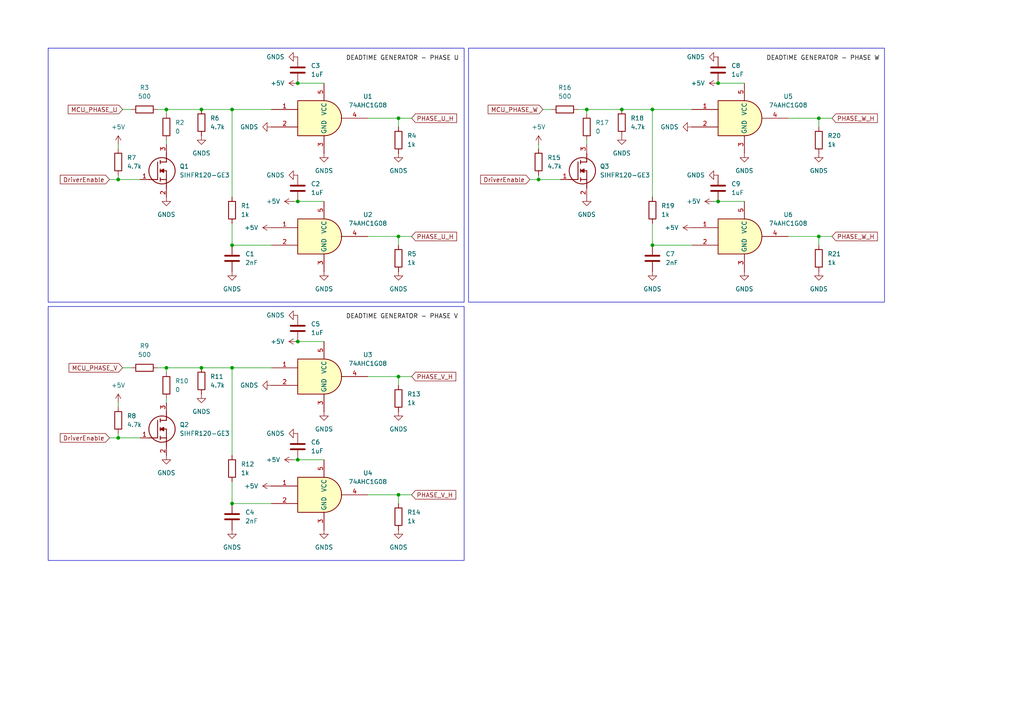
<source format=kicad_sch>
(kicad_sch (version 20231120) (generator "eeschema") (generator_version "8.0")
  (paper "A4")
  (lib_symbols
    (symbol "74xGxx:74AHC1G08"
      (property "Reference" "U" (at -2.54 3.81 0))
      (property "Value" "74AHC1G08" (at 0 -3.81 0))
      (symbol "74AHC1G08_0_1"
        (arc (start 0 -5.08) (mid 5.0579 0) (end 0 5.08) (stroke (width 0.254)) (fill (type background)))
        (polyline (pts (xy 0 -5.08) (xy -7.62 -5.08) (xy -7.62 5.08) (xy 0 5.08)) (stroke (width 0.254)) (fill (type background)))
      )
      (symbol "74AHC1G08_1_1"
        (pin input line (at -15.24 2.54 0) (length 7.62) (name "~") (number "1"))
        (pin input line (at -15.24 -2.54 0) (length 7.62) (name "~") (number "2"))
        (pin power_in line (at 0 -10.16 90) (length 5.08) (name "GND") (number "3"))
        (pin output line (at 12.7 0 180) (length 7.62) (name "~") (number "4"))
        (pin power_in line (at 0 10.16 270) (length 5.08) (name "VCC") (number "5"))
      )
    )
    (symbol "Device:C" (pin_numbers hide) (pin_names (offset 0.254))
      (property "Reference" "C" (at 0.635 2.54 0))
      (property "Value" "C" (at 0.635 -2.54 0))
      (symbol "C_0_1"
        (polyline (pts (xy -2.032 -0.762) (xy 2.032 -0.762)) (stroke (width 0.508)))
        (polyline (pts (xy -2.032 0.762) (xy 2.032 0.762)) (stroke (width 0.508)))
      )
      (symbol "C_1_1"
        (pin passive line (at 0 3.81 270) (length 2.794) (name "~") (number "1"))
        (pin passive line (at 0 -3.81 90) (length 2.794) (name "~") (number "2"))
      )
    )
    (symbol "Device:R" (pin_numbers hide) (pin_names (offset 0))
      (property "Reference" "R" (at 2.032 0 90))
      (property "Value" "R" (at 0 0 90))
      (symbol "R_0_1"
        (rectangle (start -1.016 -2.54) (end 1.016 2.54) (stroke (width 0.254)))
      )
      (symbol "R_1_1"
        (pin passive line (at 0 3.81 270) (length 1.27) (name "~") (number "1"))
        (pin passive line (at 0 -3.81 90) (length 1.27) (name "~") (number "2"))
      )
    )
    (symbol "InverterCom:SIHFR120-GE3" (pin_names hide)
      (property "Reference" "Q" (at 11.43 3.81 0))
      (property "Value" "SIHFR120-GE3" (at 11.43 1.27 0))
      (symbol "SIHFR120-GE3_1_1"
        (polyline (pts (xy 2.54 0) (xy 5.08 0)) (stroke (width 0.254)))
        (polyline (pts (xy 5.08 5.08) (xy 5.08 0)) (stroke (width 0.254)))
        (polyline (pts (xy 5.842 -0.508) (xy 5.842 0.508)) (stroke (width 0.254)))
        (polyline (pts (xy 5.842 0) (xy 7.62 0)) (stroke (width 0.254)))
        (polyline (pts (xy 5.842 2.032) (xy 5.842 3.048)) (stroke (width 0.254)))
        (polyline (pts (xy 5.842 5.588) (xy 5.842 4.572)) (stroke (width 0.254)))
        (polyline (pts (xy 7.62 2.54) (xy 5.842 2.54)) (stroke (width 0.254)))
        (polyline (pts (xy 7.62 2.54) (xy 7.62 -2.54)) (stroke (width 0.254)))
        (polyline (pts (xy 7.62 5.08) (xy 5.842 5.08)) (stroke (width 0.254)))
        (polyline (pts (xy 7.62 5.08) (xy 7.62 7.62)) (stroke (width 0.254)))
        (polyline (pts (xy 5.842 2.54) (xy 6.858 3.048) (xy 6.858 2.032) (xy 5.842 2.54)) (stroke (width 0.254)) (fill (type outline)))
        (circle (center 6.35 2.54) (radius 3.81) (stroke (width 0.254)))
        (pin passive line (at 0 0 0) (length 2.54) (name "G") (number "1"))
        (pin passive line (at 7.62 -5.08 90) (length 2.54) (name "S") (number "2"))
        (pin passive line (at 7.62 10.16 270) (length 2.54) (name "D") (number "3"))
      )
    )
    (symbol "power:+5V" (power) (pin_numbers hide) (pin_names (offset 0) hide)
      (property "Value" "+5V" (at 0 3.556 0))
      (symbol "+5V_0_1"
        (polyline (pts (xy -0.762 1.27) (xy 0 2.54)))
        (polyline (pts (xy 0 0) (xy 0 2.54)))
        (polyline (pts (xy 0 2.54) (xy 0.762 1.27)))
      )
      (symbol "+5V_1_1"
        (pin power_in line (at 0 0 90) (length 0) (name "~") (number "1"))
      )
    )
    (symbol "power:GNDS" (power) (pin_numbers hide) (pin_names (offset 0) hide)
      (property "Value" "GNDS" (at 0 -3.81 0))
      (symbol "GNDS_0_1"
        (polyline (pts (xy 0 0) (xy 0 -1.27) (xy 1.27 -1.27) (xy 0 -2.54) (xy -1.27 -1.27) (xy 0 -1.27)))
      )
      (symbol "GNDS_1_1"
        (pin power_in line (at 0 0 270) (length 0) (name "~") (number "1"))
      )
    )
  )
  (junction (at 58.42 106.68))
  (junction (at 67.31 146.05))
  (junction (at 67.31 31.75))
  (junction (at 34.29 52.07))
  (junction (at 189.23 31.75))
  (junction (at 67.31 71.12))
  (junction (at 86.36 24.13))
  (junction (at 86.36 133.35))
  (junction (at 86.36 99.06))
  (junction (at 208.28 58.42))
  (junction (at 48.26 106.68))
  (junction (at 34.29 127))
  (junction (at 115.57 109.22))
  (junction (at 58.42 31.75))
  (junction (at 115.57 34.29))
  (junction (at 156.21 52.07))
  (junction (at 208.28 24.13))
  (junction (at 67.31 106.68))
  (junction (at 115.57 143.51))
  (junction (at 189.23 71.12))
  (junction (at 237.49 68.58))
  (junction (at 237.49 34.29))
  (junction (at 180.34 31.75))
  (junction (at 115.57 68.58))
  (junction (at 48.26 31.75))
  (junction (at 170.18 31.75))
  (junction (at 86.36 58.42))
  (wire (pts (xy 67.31 106.68) (xy 78.74 106.68)))
  (wire (pts (xy 115.57 111.76) (xy 115.57 109.22)))
  (wire (pts (xy 157.48 31.75) (xy 160.02 31.75)))
  (wire (pts (xy 237.49 34.29) (xy 228.6 34.29)))
  (wire (pts (xy 85.09 133.35) (xy 86.36 133.35)))
  (wire (pts (xy 86.36 58.42) (xy 93.98 58.42)))
  (wire (pts (xy 45.72 31.75) (xy 48.26 31.75)))
  (wire (pts (xy 170.18 40.64) (xy 170.18 41.91)))
  (wire (pts (xy 115.57 68.58) (xy 106.68 68.58)))
  (wire (pts (xy 115.57 68.58) (xy 119.38 68.58)))
  (wire (pts (xy 115.57 71.12) (xy 115.57 68.58)))
  (wire (pts (xy 189.23 64.77) (xy 189.23 71.12)))
  (wire (pts (xy 115.57 143.51) (xy 119.38 143.51)))
  (wire (pts (xy 34.29 127) (xy 40.64 127)))
  (wire (pts (xy 115.57 34.29) (xy 119.38 34.29)))
  (wire (pts (xy 85.09 58.42) (xy 86.36 58.42)))
  (wire (pts (xy 237.49 71.12) (xy 237.49 68.58)))
  (wire (pts (xy 48.26 33.02) (xy 48.26 31.75)))
  (wire (pts (xy 170.18 33.02) (xy 170.18 31.75)))
  (wire (pts (xy 31.75 127) (xy 34.29 127)))
  (wire (pts (xy 67.31 64.77) (xy 67.31 71.12)))
  (wire (pts (xy 156.21 52.07) (xy 162.56 52.07)))
  (wire (pts (xy 156.21 41.91) (xy 156.21 43.18)))
  (wire (pts (xy 67.31 132.08) (xy 67.31 106.68)))
  (wire (pts (xy 67.31 71.12) (xy 78.74 71.12)))
  (wire (pts (xy 35.56 31.75) (xy 38.1 31.75)))
  (wire (pts (xy 153.67 52.07) (xy 156.21 52.07)))
  (wire (pts (xy 58.42 106.68) (xy 48.26 106.68)))
  (wire (pts (xy 167.64 31.75) (xy 170.18 31.75)))
  (wire (pts (xy 48.26 40.64) (xy 48.26 41.91)))
  (wire (pts (xy 48.26 107.95) (xy 48.26 106.68)))
  (wire (pts (xy 48.26 115.57) (xy 48.26 116.84)))
  (wire (pts (xy 34.29 50.8) (xy 34.29 52.07)))
  (wire (pts (xy 180.34 31.75) (xy 189.23 31.75)))
  (wire (pts (xy 34.29 52.07) (xy 40.64 52.07)))
  (wire (pts (xy 189.23 71.12) (xy 200.66 71.12)))
  (wire (pts (xy 45.72 106.68) (xy 48.26 106.68)))
  (wire (pts (xy 208.28 24.13) (xy 215.9 24.13)))
  (wire (pts (xy 189.23 57.15) (xy 189.23 31.75)))
  (wire (pts (xy 35.56 106.68) (xy 38.1 106.68)))
  (wire (pts (xy 34.29 125.73) (xy 34.29 127)))
  (wire (pts (xy 67.31 31.75) (xy 78.74 31.75)))
  (wire (pts (xy 86.36 99.06) (xy 93.98 99.06)))
  (wire (pts (xy 208.28 58.42) (xy 215.9 58.42)))
  (wire (pts (xy 237.49 68.58) (xy 228.6 68.58)))
  (wire (pts (xy 115.57 36.83) (xy 115.57 34.29)))
  (wire (pts (xy 67.31 57.15) (xy 67.31 31.75)))
  (wire (pts (xy 115.57 143.51) (xy 106.68 143.51)))
  (wire (pts (xy 180.34 31.75) (xy 170.18 31.75)))
  (wire (pts (xy 34.29 41.91) (xy 34.29 43.18)))
  (wire (pts (xy 67.31 146.05) (xy 78.74 146.05)))
  (wire (pts (xy 237.49 36.83) (xy 237.49 34.29)))
  (wire (pts (xy 115.57 109.22) (xy 119.38 109.22)))
  (wire (pts (xy 237.49 34.29) (xy 241.3 34.29)))
  (wire (pts (xy 115.57 146.05) (xy 115.57 143.51)))
  (wire (pts (xy 115.57 109.22) (xy 106.68 109.22)))
  (wire (pts (xy 86.36 24.13) (xy 93.98 24.13)))
  (wire (pts (xy 58.42 31.75) (xy 48.26 31.75)))
  (wire (pts (xy 31.75 52.07) (xy 34.29 52.07)))
  (wire (pts (xy 189.23 31.75) (xy 200.66 31.75)))
  (wire (pts (xy 34.29 116.84) (xy 34.29 118.11)))
  (wire (pts (xy 156.21 50.8) (xy 156.21 52.07)))
  (wire (pts (xy 58.42 106.68) (xy 67.31 106.68)))
  (wire (pts (xy 207.01 58.42) (xy 208.28 58.42)))
  (wire (pts (xy 115.57 34.29) (xy 106.68 34.29)))
  (wire (pts (xy 58.42 31.75) (xy 67.31 31.75)))
  (wire (pts (xy 67.31 139.7) (xy 67.31 146.05)))
  (wire (pts (xy 237.49 68.58) (xy 241.3 68.58)))
  (wire (pts (xy 86.36 133.35) (xy 93.98 133.35)))
  (rectangle (start 135.89 13.97) (end 256.54 87.63))
  (rectangle (start 13.97 88.9) (end 134.62 162.56))
  (rectangle (start 13.97 13.97) (end 134.62 87.63))
  (label "DEADTIME GENERATOR - PHASE U" (at 100.33 17.78 0))
  (label "DEADTIME GENERATOR - PHASE V" (at 100.33 92.71 0))
  (label "DEADTIME GENERATOR - PHASE W" (at 222.25 17.78 0))
  (global_label "PHASE_U_H" (shape input) (at 119.38 34.29 0) (property "Intersheetrefs" "${INTERSHEET_REFS}" (effects (hide yes))))
  (global_label "PHASE_V_H" (shape input) (at 119.38 109.22 0) (property "Intersheetrefs" "${INTERSHEET_REFS}" (effects (hide yes))))
  (global_label "PHASE_V_H" (shape input) (at 119.38 143.51 0) (property "Intersheetrefs" "${INTERSHEET_REFS}" (effects (hide yes))))
  (global_label "DriverEnable" (shape input) (at 153.67 52.07 180) (property "Intersheetrefs" "${INTERSHEET_REFS}" (effects (hide yes))))
  (global_label "PHASE_W_H" (shape input) (at 241.3 68.58 0) (property "Intersheetrefs" "${INTERSHEET_REFS}" (effects (hide yes))))
  (global_label "PHASE_W_H" (shape input) (at 241.3 34.29 0) (property "Intersheetrefs" "${INTERSHEET_REFS}" (effects (hide yes))))
  (global_label "MCU_PHASE_V" (shape input) (at 35.56 106.68 180) (property "Intersheetrefs" "${INTERSHEET_REFS}" (effects (hide yes))))
  (global_label "PHASE_U_H" (shape input) (at 119.38 68.58 0) (property "Intersheetrefs" "${INTERSHEET_REFS}" (effects (hide yes))))
  (global_label "MCU_PHASE_W" (shape input) (at 157.48 31.75 180) (property "Intersheetrefs" "${INTERSHEET_REFS}" (effects (hide yes))))
  (global_label "DriverEnable" (shape input) (at 31.75 52.07 180) (property "Intersheetrefs" "${INTERSHEET_REFS}" (effects (hide yes))))
  (global_label "DriverEnable" (shape input) (at 31.75 127 180) (property "Intersheetrefs" "${INTERSHEET_REFS}" (effects (hide yes))))
  (global_label "MCU_PHASE_U" (shape input) (at 35.56 31.75 180) (property "Intersheetrefs" "${INTERSHEET_REFS}" (effects (hide yes))))
  (symbol (lib_id "power:GNDS") (at 78.74 36.83 270) (unit 1)
    (property "Reference" "#PWR06" (effects (hide yes)))
    (property "Value" "GNDS" (at 74.93 36.8299 90) (effects (justify right)))
    (property "Description" "Power symbol creates a global label with name \"GNDS\" , signal ground" (effects (hide yes)))
  )
  (symbol (lib_id "74xGxx:74AHC1G08") (at 93.98 68.58 0) (unit 1)
    (property "Reference" "U2" (at 106.68 62.2614 0))
    (property "Value" "74AHC1G08" (at 106.68 64.8014 0))
    (property "Datasheet" "http://www.ti.com/lit/sg/scyt129e/scyt129e.pdf" (effects (hide yes)))
    (property "Description" "Single AND Gate, Low-Voltage CMOS" (effects (hide yes)))
  )
  (symbol (lib_id "Device:R") (at 67.31 60.96 0) (unit 1)
    (property "Reference" "R1" (at 69.85 59.6899 0) (effects (justify left)))
    (property "Value" "1k" (at 69.85 62.2299 0) (effects (justify left)))
    (property "Footprint" "1210" (effects (hide yes)))
    (property "Description" "Resistor" (effects (hide yes)))
  )
  (symbol (lib_id "InverterCom:SIHFR120-GE3") (at 40.64 127 0) (unit 1)
    (property "Reference" "Q2" (at 52.07 123.1899 0) (effects (justify left)))
    (property "Value" "SIHFR120-GE3" (at 52.07 125.7299 0) (effects (justify left)))
    (property "Footprint" "SIHFR120GE3" (effects (hide yes)))
    (property "Datasheet" "https://www.mouser.in/datasheet/2/427/91266-1768752.pdf" (effects (hide yes)))
    (property "Description" "MOSFET 100V N-CH" (effects (hide yes)))
    (property "Height" "2.38" (effects (hide yes)))
    (property "Mouser Part Number" "78-SIHFR120-GE3" (effects (hide yes)))
    (property "Mouser Price/Stock" "https://www.mouser.co.uk/ProductDetail/Vishay-Siliconix/SIHFR120-GE3?qs=FfLXECYddQTykmVhSg2%2FTQ%3D%3D" (effects (hide yes)))
    (property "Manufacturer_Name" "Vishay" (effects (hide yes)))
    (property "Manufacturer_Part_Number" "SIHFR120-GE3" (effects (hide yes)))
  )
  (symbol (lib_id "74xGxx:74AHC1G08") (at 215.9 68.58 0) (unit 1)
    (property "Reference" "U6" (at 228.6 62.2614 0))
    (property "Value" "74AHC1G08" (at 228.6 64.8014 0))
    (property "Datasheet" "http://www.ti.com/lit/sg/scyt129e/scyt129e.pdf" (effects (hide yes)))
    (property "Description" "Single AND Gate, Low-Voltage CMOS" (effects (hide yes)))
  )
  (symbol (lib_id "power:GNDS") (at 170.18 57.15 0) (unit 1)
    (property "Reference" "#PWR030" (effects (hide yes)))
    (property "Value" "GNDS" (at 170.18 62.23 0))
    (property "Description" "Power symbol creates a global label with name \"GNDS\" , signal ground" (effects (hide yes)))
  )
  (symbol (lib_id "power:+5V") (at 208.28 24.13 90) (unit 1)
    (property "Reference" "#PWR037" (effects (hide yes)))
    (property "Value" "+5V" (at 204.47 24.1299 90) (effects (justify left)))
    (property "Description" "Power symbol creates a global label with name \"+5V\"" (effects (hide yes)))
  )
  (symbol (lib_id "power:GNDS") (at 93.98 119.38 0) (unit 1)
    (property "Reference" "#PWR025" (effects (hide yes)))
    (property "Value" "GNDS" (at 93.98 124.46 0))
    (property "Description" "Power symbol creates a global label with name \"GNDS\" , signal ground" (effects (hide yes)))
  )
  (symbol (lib_id "power:GNDS") (at 48.26 132.08 0) (unit 1)
    (property "Reference" "#PWR016" (effects (hide yes)))
    (property "Value" "GNDS" (at 48.26 137.16 0))
    (property "Description" "Power symbol creates a global label with name \"GNDS\" , signal ground" (effects (hide yes)))
  )
  (symbol (lib_id "power:GNDS") (at 208.28 50.8 270) (unit 1)
    (property "Reference" "#PWR038" (effects (hide yes)))
    (property "Value" "GNDS" (at 204.47 50.7999 90) (effects (justify right)))
    (property "Description" "Power symbol creates a global label with name \"GNDS\" , signal ground" (effects (hide yes)))
  )
  (symbol (lib_id "power:GNDS") (at 86.36 50.8 270) (unit 1)
    (property "Reference" "#PWR014" (effects (hide yes)))
    (property "Value" "GNDS" (at 82.55 50.7999 90) (effects (justify right)))
    (property "Description" "Power symbol creates a global label with name \"GNDS\" , signal ground" (effects (hide yes)))
  )
  (symbol (lib_id "power:GNDS") (at 93.98 78.74 0) (unit 1)
    (property "Reference" "#PWR04" (effects (hide yes)))
    (property "Value" "GNDS" (at 93.98 83.82 0))
    (property "Description" "Power symbol creates a global label with name \"GNDS\" , signal ground" (effects (hide yes)))
  )
  (symbol (lib_id "Device:C") (at 86.36 95.25 0) (unit 1)
    (property "Reference" "C5" (at 90.17 93.9799 0) (effects (justify left)))
    (property "Value" "1uF" (at 90.17 96.5199 0) (effects (justify left)))
    (property "Description" "Unpolarized capacitor" (effects (hide yes)))
  )
  (symbol (lib_id "Device:C") (at 208.28 54.61 0) (unit 1)
    (property "Reference" "C9" (at 212.09 53.3399 0) (effects (justify left)))
    (property "Value" "1uF" (at 212.09 55.8799 0) (effects (justify left)))
    (property "Description" "Unpolarized capacitor" (effects (hide yes)))
  )
  (symbol (lib_id "power:+5V") (at 200.66 66.04 90) (unit 1)
    (property "Reference" "#PWR034" (effects (hide yes)))
    (property "Value" "+5V" (at 196.85 66.0399 90) (effects (justify left)))
    (property "Description" "Power symbol creates a global label with name \"+5V\"" (effects (hide yes)))
  )
  (symbol (lib_id "Device:R") (at 237.49 40.64 180) (unit 1)
    (property "Reference" "R20" (at 240.03 39.3699 0) (effects (justify right)))
    (property "Value" "1k" (at 240.03 41.9099 0) (effects (justify right)))
    (property "Footprint" "1210" (effects (hide yes)))
    (property "Description" "Resistor" (effects (hide yes)))
  )
  (symbol (lib_id "power:+5V") (at 85.09 133.35 90) (unit 1)
    (property "Reference" "#PWR021" (effects (hide yes)))
    (property "Value" "+5V" (at 81.28 133.3499 90) (effects (justify left)))
    (property "Description" "Power symbol creates a global label with name \"+5V\"" (effects (hide yes)))
  )
  (symbol (lib_id "InverterCom:SIHFR120-GE3") (at 162.56 52.07 0) (unit 1)
    (property "Reference" "Q3" (at 173.99 48.2599 0) (effects (justify left)))
    (property "Value" "SIHFR120-GE3" (at 173.99 50.7999 0) (effects (justify left)))
    (property "Footprint" "SIHFR120GE3" (effects (hide yes)))
    (property "Datasheet" "https://www.mouser.in/datasheet/2/427/91266-1768752.pdf" (effects (hide yes)))
    (property "Description" "MOSFET 100V N-CH" (effects (hide yes)))
    (property "Height" "2.38" (effects (hide yes)))
    (property "Mouser Part Number" "78-SIHFR120-GE3" (effects (hide yes)))
    (property "Mouser Price/Stock" "https://www.mouser.co.uk/ProductDetail/Vishay-Siliconix/SIHFR120-GE3?qs=FfLXECYddQTykmVhSg2%2FTQ%3D%3D" (effects (hide yes)))
    (property "Manufacturer_Name" "Vishay" (effects (hide yes)))
    (property "Manufacturer_Part_Number" "SIHFR120-GE3" (effects (hide yes)))
  )
  (symbol (lib_id "power:GNDS") (at 115.57 44.45 0) (unit 1)
    (property "Reference" "#PWR010" (effects (hide yes)))
    (property "Value" "GNDS" (at 115.57 49.53 0))
    (property "Description" "Power symbol creates a global label with name \"GNDS\" , signal ground" (effects (hide yes)))
  )
  (symbol (lib_id "power:GNDS") (at 86.36 125.73 270) (unit 1)
    (property "Reference" "#PWR024" (effects (hide yes)))
    (property "Value" "GNDS" (at 82.55 125.7299 90) (effects (justify right)))
    (property "Description" "Power symbol creates a global label with name \"GNDS\" , signal ground" (effects (hide yes)))
  )
  (symbol (lib_id "power:+5V") (at 34.29 116.84 0) (unit 1)
    (property "Reference" "#PWR015" (effects (hide yes)))
    (property "Value" "+5V" (at 34.29 111.76 0))
    (property "Description" "Power symbol creates a global label with name \"+5V\"" (effects (hide yes)))
  )
  (symbol (lib_id "Device:C") (at 208.28 20.32 0) (unit 1)
    (property "Reference" "C8" (at 212.09 19.0499 0) (effects (justify left)))
    (property "Value" "1uF" (at 212.09 21.5899 0) (effects (justify left)))
    (property "Description" "Unpolarized capacitor" (effects (hide yes)))
  )
  (symbol (lib_id "Device:C") (at 86.36 20.32 0) (unit 1)
    (property "Reference" "C3" (at 90.17 19.0499 0) (effects (justify left)))
    (property "Value" "1uF" (at 90.17 21.5899 0) (effects (justify left)))
    (property "Description" "Unpolarized capacitor" (effects (hide yes)))
  )
  (symbol (lib_id "power:GNDS") (at 67.31 153.67 0) (unit 1)
    (property "Reference" "#PWR018" (effects (hide yes)))
    (property "Value" "GNDS" (at 67.31 158.75 0))
    (property "Description" "Power symbol creates a global label with name \"GNDS\" , signal ground" (effects (hide yes)))
  )
  (symbol (lib_id "Device:R") (at 58.42 110.49 180) (unit 1)
    (property "Reference" "R11" (at 60.96 109.2199 0) (effects (justify right)))
    (property "Value" "4.7k" (at 60.96 111.7599 0) (effects (justify right)))
    (property "Footprint" "1210" (effects (hide yes)))
    (property "Description" "Resistor" (effects (hide yes)))
  )
  (symbol (lib_id "Device:R") (at 115.57 149.86 180) (unit 1)
    (property "Reference" "R14" (at 118.11 148.5899 0) (effects (justify right)))
    (property "Value" "1k" (at 118.11 151.1299 0) (effects (justify right)))
    (property "Footprint" "1210" (effects (hide yes)))
    (property "Description" "Resistor" (effects (hide yes)))
  )
  (symbol (lib_id "power:GNDS") (at 180.34 39.37 0) (unit 1)
    (property "Reference" "#PWR031" (effects (hide yes)))
    (property "Value" "GNDS" (at 180.34 44.45 0))
    (property "Description" "Power symbol creates a global label with name \"GNDS\" , signal ground" (effects (hide yes)))
  )
  (symbol (lib_id "Device:R") (at 115.57 74.93 180) (unit 1)
    (property "Reference" "R5" (at 118.11 73.6599 0) (effects (justify right)))
    (property "Value" "1k" (at 118.11 76.1999 0) (effects (justify right)))
    (property "Footprint" "1210" (effects (hide yes)))
    (property "Description" "Resistor" (effects (hide yes)))
  )
  (symbol (lib_id "power:GNDS") (at 58.42 39.37 0) (unit 1)
    (property "Reference" "#PWR011" (effects (hide yes)))
    (property "Value" "GNDS" (at 58.42 44.45 0))
    (property "Description" "Power symbol creates a global label with name \"GNDS\" , signal ground" (effects (hide yes)))
  )
  (symbol (lib_id "power:+5V") (at 78.74 140.97 90) (unit 1)
    (property "Reference" "#PWR020" (effects (hide yes)))
    (property "Value" "+5V" (at 74.93 140.9699 90) (effects (justify left)))
    (property "Description" "Power symbol creates a global label with name \"+5V\"" (effects (hide yes)))
  )
  (symbol (lib_id "power:GNDS") (at 189.23 78.74 0) (unit 1)
    (property "Reference" "#PWR032" (effects (hide yes)))
    (property "Value" "GNDS" (at 189.23 83.82 0))
    (property "Description" "Power symbol creates a global label with name \"GNDS\" , signal ground" (effects (hide yes)))
  )
  (symbol (lib_id "power:+5V") (at 34.29 41.91 0) (unit 1)
    (property "Reference" "#PWR012" (effects (hide yes)))
    (property "Value" "+5V" (at 34.29 36.83 0))
    (property "Description" "Power symbol creates a global label with name \"+5V\"" (effects (hide yes)))
  )
  (symbol (lib_id "74xGxx:74AHC1G08") (at 93.98 143.51 0) (unit 1)
    (property "Reference" "U4" (at 106.68 137.1914 0))
    (property "Value" "74AHC1G08" (at 106.68 139.7314 0))
    (property "Datasheet" "http://www.ti.com/lit/sg/scyt129e/scyt129e.pdf" (effects (hide yes)))
    (property "Description" "Single AND Gate, Low-Voltage CMOS" (effects (hide yes)))
  )
  (symbol (lib_id "Device:R") (at 163.83 31.75 270) (unit 1)
    (property "Reference" "R16" (at 163.83 25.4 90))
    (property "Value" "500" (at 163.83 27.94 90))
    (property "Footprint" "1210" (effects (hide yes)))
    (property "Description" "Resistor" (effects (hide yes)))
  )
  (symbol (lib_id "74xGxx:74AHC1G08") (at 215.9 34.29 0) (unit 1)
    (property "Reference" "U5" (at 228.6 27.9714 0))
    (property "Value" "74AHC1G08" (at 228.6 30.5114 0))
    (property "Datasheet" "http://www.ti.com/lit/sg/scyt129e/scyt129e.pdf" (effects (hide yes)))
    (property "Description" "Single AND Gate, Low-Voltage CMOS" (effects (hide yes)))
  )
  (symbol (lib_id "power:+5V") (at 86.36 99.06 90) (unit 1)
    (property "Reference" "#PWR023" (effects (hide yes)))
    (property "Value" "+5V" (at 82.55 99.0599 90) (effects (justify left)))
    (property "Description" "Power symbol creates a global label with name \"+5V\"" (effects (hide yes)))
  )
  (symbol (lib_id "power:+5V") (at 207.01 58.42 90) (unit 1)
    (property "Reference" "#PWR035" (effects (hide yes)))
    (property "Value" "+5V" (at 203.2 58.4199 90) (effects (justify left)))
    (property "Description" "Power symbol creates a global label with name \"+5V\"" (effects (hide yes)))
  )
  (symbol (lib_id "Device:R") (at 156.21 46.99 180) (unit 1)
    (property "Reference" "R15" (at 158.75 45.7199 0) (effects (justify right)))
    (property "Value" "4.7k" (at 158.75 48.2599 0) (effects (justify right)))
    (property "Footprint" "1210" (effects (hide yes)))
    (property "Description" "Resistor" (effects (hide yes)))
  )
  (symbol (lib_id "74xGxx:74AHC1G08") (at 93.98 109.22 0) (unit 1)
    (property "Reference" "U3" (at 106.68 102.9014 0))
    (property "Value" "74AHC1G08" (at 106.68 105.4414 0))
    (property "Datasheet" "http://www.ti.com/lit/sg/scyt129e/scyt129e.pdf" (effects (hide yes)))
    (property "Description" "Single AND Gate, Low-Voltage CMOS" (effects (hide yes)))
  )
  (symbol (lib_id "Device:R") (at 180.34 35.56 180) (unit 1)
    (property "Reference" "R18" (at 182.88 34.2899 0) (effects (justify right)))
    (property "Value" "4.7k" (at 182.88 36.8299 0) (effects (justify right)))
    (property "Footprint" "1210" (effects (hide yes)))
    (property "Description" "Resistor" (effects (hide yes)))
  )
  (symbol (lib_id "power:+5V") (at 86.36 24.13 90) (unit 1)
    (property "Reference" "#PWR01" (effects (hide yes)))
    (property "Value" "+5V" (at 82.55 24.1299 90) (effects (justify left)))
    (property "Description" "Power symbol creates a global label with name \"+5V\"" (effects (hide yes)))
  )
  (symbol (lib_id "Device:R") (at 115.57 115.57 180) (unit 1)
    (property "Reference" "R13" (at 118.11 114.2999 0) (effects (justify right)))
    (property "Value" "1k" (at 118.11 116.8399 0) (effects (justify right)))
    (property "Footprint" "1210" (effects (hide yes)))
    (property "Description" "Resistor" (effects (hide yes)))
  )
  (symbol (lib_id "power:GNDS") (at 58.42 114.3 0) (unit 1)
    (property "Reference" "#PWR017" (effects (hide yes)))
    (property "Value" "GNDS" (at 58.42 119.38 0))
    (property "Description" "Power symbol creates a global label with name \"GNDS\" , signal ground" (effects (hide yes)))
  )
  (symbol (lib_id "power:GNDS") (at 237.49 78.74 0) (unit 1)
    (property "Reference" "#PWR042" (effects (hide yes)))
    (property "Value" "GNDS" (at 237.49 83.82 0))
    (property "Description" "Power symbol creates a global label with name \"GNDS\" , signal ground" (effects (hide yes)))
  )
  (symbol (lib_id "Device:R") (at 34.29 46.99 180) (unit 1)
    (property "Reference" "R7" (at 36.83 45.7199 0) (effects (justify right)))
    (property "Value" "4.7k" (at 36.83 48.2599 0) (effects (justify right)))
    (property "Footprint" "1210" (effects (hide yes)))
    (property "Description" "Resistor" (effects (hide yes)))
  )
  (symbol (lib_id "power:GNDS") (at 78.74 111.76 270) (unit 1)
    (property "Reference" "#PWR019" (effects (hide yes)))
    (property "Value" "GNDS" (at 74.93 111.7599 90) (effects (justify right)))
    (property "Description" "Power symbol creates a global label with name \"GNDS\" , signal ground" (effects (hide yes)))
  )
  (symbol (lib_id "Device:R") (at 48.26 111.76 180) (unit 1)
    (property "Reference" "R10" (at 50.8 110.4899 0) (effects (justify right)))
    (property "Value" "0" (at 50.8 113.0299 0) (effects (justify right)))
    (property "Footprint" "1210" (effects (hide yes)))
    (property "Description" "Resistor" (effects (hide yes)))
  )
  (symbol (lib_id "power:GNDS") (at 237.49 44.45 0) (unit 1)
    (property "Reference" "#PWR041" (effects (hide yes)))
    (property "Value" "GNDS" (at 237.49 49.53 0))
    (property "Description" "Power symbol creates a global label with name \"GNDS\" , signal ground" (effects (hide yes)))
  )
  (symbol (lib_id "Device:C") (at 86.36 129.54 0) (unit 1)
    (property "Reference" "C6" (at 90.17 128.2699 0) (effects (justify left)))
    (property "Value" "1uF" (at 90.17 130.8099 0) (effects (justify left)))
    (property "Description" "Unpolarized capacitor" (effects (hide yes)))
  )
  (symbol (lib_id "Device:C") (at 67.31 74.93 0) (unit 1)
    (property "Reference" "C1" (at 71.12 73.6599 0) (effects (justify left)))
    (property "Value" "2nF" (at 71.12 76.1999 0) (effects (justify left)))
    (property "Description" "Unpolarized capacitor" (effects (hide yes)))
  )
  (symbol (lib_id "Device:R") (at 41.91 31.75 270) (unit 1)
    (property "Reference" "R3" (at 41.91 25.4 90))
    (property "Value" "500" (at 41.91 27.94 90))
    (property "Footprint" "1210" (effects (hide yes)))
    (property "Description" "Resistor" (effects (hide yes)))
  )
  (symbol (lib_id "power:GNDS") (at 93.98 153.67 0) (unit 1)
    (property "Reference" "#PWR026" (effects (hide yes)))
    (property "Value" "GNDS" (at 93.98 158.75 0))
    (property "Description" "Power symbol creates a global label with name \"GNDS\" , signal ground" (effects (hide yes)))
  )
  (symbol (lib_id "power:GNDS") (at 208.28 16.51 270) (unit 1)
    (property "Reference" "#PWR036" (effects (hide yes)))
    (property "Value" "GNDS" (at 204.47 16.5099 90) (effects (justify right)))
    (property "Description" "Power symbol creates a global label with name \"GNDS\" , signal ground" (effects (hide yes)))
  )
  (symbol (lib_id "power:GNDS") (at 86.36 91.44 270) (unit 1)
    (property "Reference" "#PWR022" (effects (hide yes)))
    (property "Value" "GNDS" (at 82.55 91.4399 90) (effects (justify right)))
    (property "Description" "Power symbol creates a global label with name \"GNDS\" , signal ground" (effects (hide yes)))
  )
  (symbol (lib_id "power:GNDS") (at 48.26 57.15 0) (unit 1)
    (property "Reference" "#PWR08" (effects (hide yes)))
    (property "Value" "GNDS" (at 48.26 62.23 0))
    (property "Description" "Power symbol creates a global label with name \"GNDS\" , signal ground" (effects (hide yes)))
  )
  (symbol (lib_id "power:GNDS") (at 115.57 119.38 0) (unit 1)
    (property "Reference" "#PWR027" (effects (hide yes)))
    (property "Value" "GNDS" (at 115.57 124.46 0))
    (property "Description" "Power symbol creates a global label with name \"GNDS\" , signal ground" (effects (hide yes)))
  )
  (symbol (lib_id "Device:R") (at 189.23 60.96 0) (unit 1)
    (property "Reference" "R19" (at 191.77 59.6899 0) (effects (justify left)))
    (property "Value" "1k" (at 191.77 62.2299 0) (effects (justify left)))
    (property "Footprint" "1210" (effects (hide yes)))
    (property "Description" "Resistor" (effects (hide yes)))
  )
  (symbol (lib_id "power:+5V") (at 78.74 66.04 90) (unit 1)
    (property "Reference" "#PWR05" (effects (hide yes)))
    (property "Value" "+5V" (at 74.93 66.0399 90) (effects (justify left)))
    (property "Description" "Power symbol creates a global label with name \"+5V\"" (effects (hide yes)))
  )
  (symbol (lib_id "power:GNDS") (at 215.9 44.45 0) (unit 1)
    (property "Reference" "#PWR039" (effects (hide yes)))
    (property "Value" "GNDS" (at 215.9 49.53 0))
    (property "Description" "Power symbol creates a global label with name \"GNDS\" , signal ground" (effects (hide yes)))
  )
  (symbol (lib_id "power:GNDS") (at 86.36 16.51 270) (unit 1)
    (property "Reference" "#PWR013" (effects (hide yes)))
    (property "Value" "GNDS" (at 82.55 16.5099 90) (effects (justify right)))
    (property "Description" "Power symbol creates a global label with name \"GNDS\" , signal ground" (effects (hide yes)))
  )
  (symbol (lib_id "Device:C") (at 86.36 54.61 0) (unit 1)
    (property "Reference" "C2" (at 90.17 53.3399 0) (effects (justify left)))
    (property "Value" "1uF" (at 90.17 55.8799 0) (effects (justify left)))
    (property "Description" "Unpolarized capacitor" (effects (hide yes)))
  )
  (symbol (lib_id "Device:R") (at 115.57 40.64 180) (unit 1)
    (property "Reference" "R4" (at 118.11 39.3699 0) (effects (justify right)))
    (property "Value" "1k" (at 118.11 41.9099 0) (effects (justify right)))
    (property "Footprint" "1210" (effects (hide yes)))
    (property "Description" "Resistor" (effects (hide yes)))
  )
  (symbol (lib_id "Device:R") (at 237.49 74.93 180) (unit 1)
    (property "Reference" "R21" (at 240.03 73.6599 0) (effects (justify right)))
    (property "Value" "1k" (at 240.03 76.1999 0) (effects (justify right)))
    (property "Footprint" "1210" (effects (hide yes)))
    (property "Description" "Resistor" (effects (hide yes)))
  )
  (symbol (lib_id "Device:C") (at 67.31 149.86 0) (unit 1)
    (property "Reference" "C4" (at 71.12 148.5899 0) (effects (justify left)))
    (property "Value" "2nF" (at 71.12 151.1299 0) (effects (justify left)))
    (property "Description" "Unpolarized capacitor" (effects (hide yes)))
  )
  (symbol (lib_id "power:GNDS") (at 93.98 44.45 0) (unit 1)
    (property "Reference" "#PWR02" (effects (hide yes)))
    (property "Value" "GNDS" (at 93.98 49.53 0))
    (property "Description" "Power symbol creates a global label with name \"GNDS\" , signal ground" (effects (hide yes)))
  )
  (symbol (lib_id "power:GNDS") (at 67.31 78.74 0) (unit 1)
    (property "Reference" "#PWR07" (effects (hide yes)))
    (property "Value" "GNDS" (at 67.31 83.82 0))
    (property "Description" "Power symbol creates a global label with name \"GNDS\" , signal ground" (effects (hide yes)))
  )
  (symbol (lib_id "InverterCom:SIHFR120-GE3") (at 40.64 52.07 0) (unit 1)
    (property "Reference" "Q1" (at 52.07 48.2599 0) (effects (justify left)))
    (property "Value" "SIHFR120-GE3" (at 52.07 50.7999 0) (effects (justify left)))
    (property "Footprint" "SIHFR120GE3" (effects (hide yes)))
    (property "Datasheet" "https://www.mouser.in/datasheet/2/427/91266-1768752.pdf" (effects (hide yes)))
    (property "Description" "MOSFET 100V N-CH" (effects (hide yes)))
    (property "Height" "2.38" (effects (hide yes)))
    (property "Mouser Part Number" "78-SIHFR120-GE3" (effects (hide yes)))
    (property "Mouser Price/Stock" "https://www.mouser.co.uk/ProductDetail/Vishay-Siliconix/SIHFR120-GE3?qs=FfLXECYddQTykmVhSg2%2FTQ%3D%3D" (effects (hide yes)))
    (property "Manufacturer_Name" "Vishay" (effects (hide yes)))
    (property "Manufacturer_Part_Number" "SIHFR120-GE3" (effects (hide yes)))
  )
  (symbol (lib_id "power:GNDS") (at 215.9 78.74 0) (unit 1)
    (property "Reference" "#PWR040" (effects (hide yes)))
    (property "Value" "GNDS" (at 215.9 83.82 0))
    (property "Description" "Power symbol creates a global label with name \"GNDS\" , signal ground" (effects (hide yes)))
  )
  (symbol (lib_id "power:GNDS") (at 115.57 153.67 0) (unit 1)
    (property "Reference" "#PWR028" (effects (hide yes)))
    (property "Value" "GNDS" (at 115.57 158.75 0))
    (property "Description" "Power symbol creates a global label with name \"GNDS\" , signal ground" (effects (hide yes)))
  )
  (symbol (lib_id "Device:C") (at 189.23 74.93 0) (unit 1)
    (property "Reference" "C7" (at 193.04 73.6599 0) (effects (justify left)))
    (property "Value" "2nF" (at 193.04 76.1999 0) (effects (justify left)))
    (property "Description" "Unpolarized capacitor" (effects (hide yes)))
  )
  (symbol (lib_id "Device:R") (at 58.42 35.56 180) (unit 1)
    (property "Reference" "R6" (at 60.96 34.2899 0) (effects (justify right)))
    (property "Value" "4.7k" (at 60.96 36.8299 0) (effects (justify right)))
    (property "Footprint" "1210" (effects (hide yes)))
    (property "Description" "Resistor" (effects (hide yes)))
  )
  (symbol (lib_id "74xGxx:74AHC1G08") (at 93.98 34.29 0) (unit 1)
    (property "Reference" "U1" (at 106.68 27.9714 0))
    (property "Value" "74AHC1G08" (at 106.68 30.5114 0))
    (property "Datasheet" "http://www.ti.com/lit/sg/scyt129e/scyt129e.pdf" (effects (hide yes)))
    (property "Description" "Single AND Gate, Low-Voltage CMOS" (effects (hide yes)))
  )
  (symbol (lib_id "Device:R") (at 170.18 36.83 180) (unit 1)
    (property "Reference" "R17" (at 172.72 35.5599 0) (effects (justify right)))
    (property "Value" "0" (at 172.72 38.0999 0) (effects (justify right)))
    (property "Footprint" "1210" (effects (hide yes)))
    (property "Description" "Resistor" (effects (hide yes)))
  )
  (symbol (lib_id "power:+5V") (at 156.21 41.91 0) (unit 1)
    (property "Reference" "#PWR029" (effects (hide yes)))
    (property "Value" "+5V" (at 156.21 36.83 0))
    (property "Description" "Power symbol creates a global label with name \"+5V\"" (effects (hide yes)))
  )
  (symbol (lib_id "Device:R") (at 41.91 106.68 270) (unit 1)
    (property "Reference" "R9" (at 41.91 100.33 90))
    (property "Value" "500" (at 41.91 102.87 90))
    (property "Footprint" "1210" (effects (hide yes)))
    (property "Description" "Resistor" (effects (hide yes)))
  )
  (symbol (lib_id "Device:R") (at 34.29 121.92 180) (unit 1)
    (property "Reference" "R8" (at 36.83 120.6499 0) (effects (justify right)))
    (property "Value" "4.7k" (at 36.83 123.1899 0) (effects (justify right)))
    (property "Footprint" "1210" (effects (hide yes)))
    (property "Description" "Resistor" (effects (hide yes)))
  )
  (symbol (lib_id "Device:R") (at 67.31 135.89 0) (unit 1)
    (property "Reference" "R12" (at 69.85 134.6199 0) (effects (justify left)))
    (property "Value" "1k" (at 69.85 137.1599 0) (effects (justify left)))
    (property "Footprint" "1210" (effects (hide yes)))
    (property "Description" "Resistor" (effects (hide yes)))
  )
  (symbol (lib_id "Device:R") (at 48.26 36.83 180) (unit 1)
    (property "Reference" "R2" (at 50.8 35.5599 0) (effects (justify right)))
    (property "Value" "0" (at 50.8 38.0999 0) (effects (justify right)))
    (property "Footprint" "1210" (effects (hide yes)))
    (property "Description" "Resistor" (effects (hide yes)))
  )
  (symbol (lib_id "power:GNDS") (at 200.66 36.83 270) (unit 1)
    (property "Reference" "#PWR033" (effects (hide yes)))
    (property "Value" "GNDS" (at 196.85 36.8299 90) (effects (justify right)))
    (property "Description" "Power symbol creates a global label with name \"GNDS\" , signal ground" (effects (hide yes)))
  )
  (symbol (lib_id "power:+5V") (at 85.09 58.42 90) (unit 1)
    (property "Reference" "#PWR03" (effects (hide yes)))
    (property "Value" "+5V" (at 81.28 58.4199 90) (effects (justify left)))
    (property "Description" "Power symbol creates a global label with name \"+5V\"" (effects (hide yes)))
  )
  (symbol (lib_id "power:GNDS") (at 115.57 78.74 0) (unit 1)
    (property "Reference" "#PWR09" (effects (hide yes)))
    (property "Value" "GNDS" (at 115.57 83.82 0))
    (property "Description" "Power symbol creates a global label with name \"GNDS\" , signal ground" (effects (hide yes)))
  )
)
</source>
